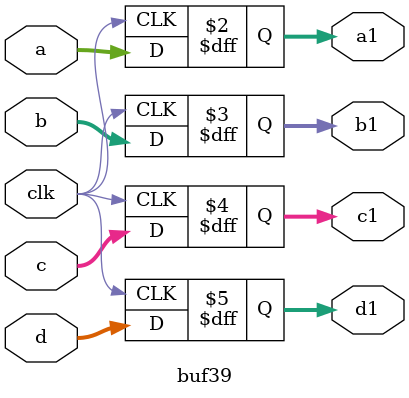
<source format=v>
`timescale 1ns / 1ps
module buf39(
    input [5:0] a,
    input [5:0] b,
    input [5:0] c,
    input [5:0] d,
    input clk,
    output reg [5:0] a1,
    output reg [5:0] b1,
    output reg [5:0] c1,
    output reg [5:0] d1
    );

always @(posedge clk) begin
a1<=a;
b1<=b;
c1<=c;
d1<=d;
end


endmodule

</source>
